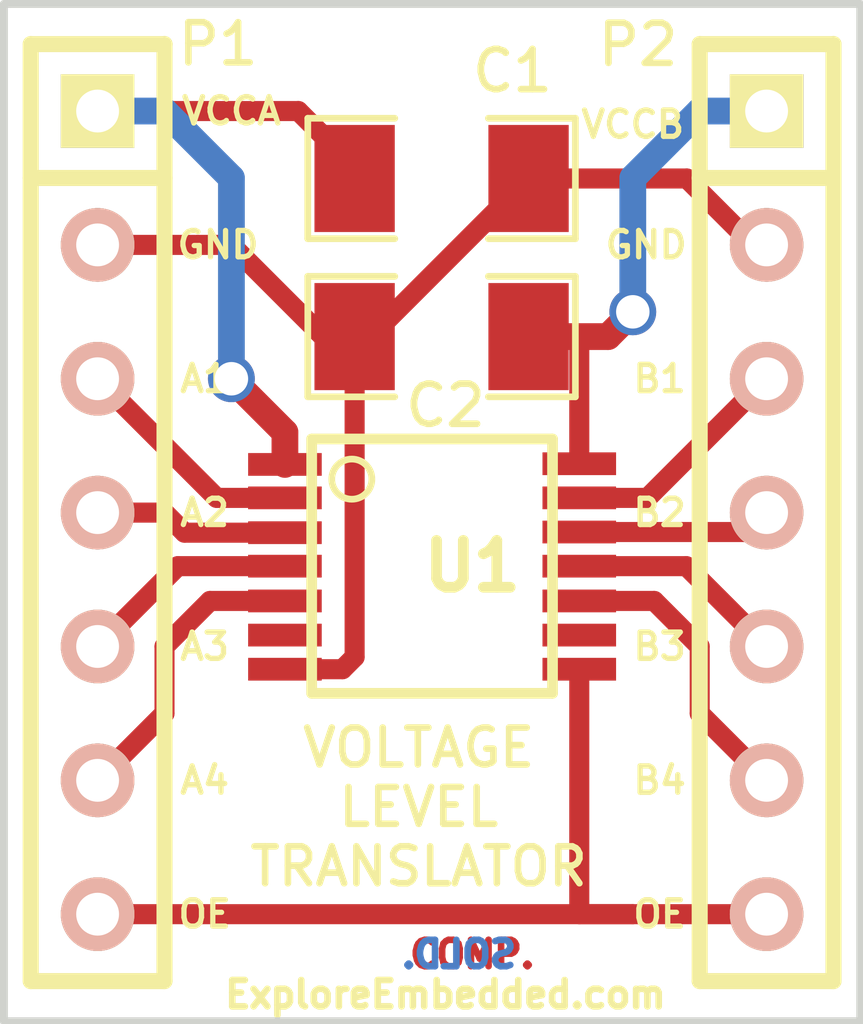
<source format=kicad_pcb>
(kicad_pcb (version 4) (host pcbnew "(2015-01-16 BZR 5376)-product")

  (general
    (links 18)
    (no_connects 0)
    (area 0 0 0 0)
    (thickness 1.6)
    (drawings 22)
    (tracks 53)
    (zones 0)
    (modules 5)
    (nets 15)
  )

  (page A3)
  (layers
    (0 F.Cu signal)
    (31 B.Cu signal)
    (32 B.Adhes user)
    (33 F.Adhes user)
    (34 B.Paste user)
    (35 F.Paste user)
    (36 B.SilkS user)
    (37 F.SilkS user)
    (38 B.Mask user)
    (39 F.Mask user)
    (40 Dwgs.User user)
    (41 Cmts.User user)
    (42 Eco1.User user)
    (43 Eco2.User user)
    (44 Edge.Cuts user)
  )

  (setup
    (last_trace_width 0.508)
    (user_trace_width 0.381)
    (user_trace_width 0.508)
    (user_trace_width 0.762)
    (user_trace_width 1.016)
    (user_trace_width 1.27)
    (trace_clearance 0.127)
    (zone_clearance 0.508)
    (zone_45_only no)
    (trace_min 0.15)
    (segment_width 0.2)
    (edge_width 0.15)
    (via_size 0.889)
    (via_drill 0.635)
    (via_min_size 0.889)
    (via_min_drill 0.508)
    (uvia_size 0.508)
    (uvia_drill 0.127)
    (uvias_allowed no)
    (uvia_min_size 0.508)
    (uvia_min_drill 0.127)
    (pcb_text_width 0.3)
    (pcb_text_size 1.5 1.5)
    (mod_edge_width 0.15)
    (mod_text_size 1.5 1.5)
    (mod_text_width 0.15)
    (pad_size 1.4 1.4)
    (pad_drill 0.6)
    (pad_to_mask_clearance 0.2)
    (aux_axis_origin 0 0)
    (visible_elements 7FFFFFFF)
    (pcbplotparams
      (layerselection 0x00030_80000001)
      (usegerberextensions true)
      (excludeedgelayer true)
      (linewidth 0.150000)
      (plotframeref false)
      (viasonmask false)
      (mode 1)
      (useauxorigin false)
      (hpglpennumber 1)
      (hpglpenspeed 20)
      (hpglpendiameter 15)
      (hpglpenoverlay 2)
      (psnegative false)
      (psa4output false)
      (plotreference true)
      (plotvalue true)
      (plotinvisibletext false)
      (padsonsilk false)
      (subtractmaskfromsilk false)
      (outputformat 1)
      (mirror false)
      (drillshape 1)
      (scaleselection 1)
      (outputdirectory ""))
  )

  (net 0 "")
  (net 1 GND)
  (net 2 +3.3VP)
  (net 3 +5V)
  (net 4 "Net-(P1-Pad3)")
  (net 5 "Net-(P1-Pad4)")
  (net 6 "Net-(P1-Pad5)")
  (net 7 "Net-(P1-Pad6)")
  (net 8 /OE)
  (net 9 "Net-(P2-Pad3)")
  (net 10 "Net-(P2-Pad4)")
  (net 11 "Net-(P2-Pad5)")
  (net 12 "Net-(P2-Pad6)")
  (net 13 "Net-(U1-Pad6)")
  (net 14 "Net-(U1-Pad9)")

  (net_class Default "This is the default net class."
    (clearance 0.127)
    (trace_width 0.15)
    (via_dia 0.889)
    (via_drill 0.635)
    (uvia_dia 0.508)
    (uvia_drill 0.127)
    (add_net +3.3VP)
    (add_net +5V)
    (add_net /OE)
    (add_net GND)
    (add_net "Net-(P1-Pad3)")
    (add_net "Net-(P1-Pad4)")
    (add_net "Net-(P1-Pad5)")
    (add_net "Net-(P1-Pad6)")
    (add_net "Net-(P2-Pad3)")
    (add_net "Net-(P2-Pad4)")
    (add_net "Net-(P2-Pad5)")
    (add_net "Net-(P2-Pad6)")
    (add_net "Net-(U1-Pad6)")
    (add_net "Net-(U1-Pad9)")
  )

  (module SSOP14 (layer F.Cu) (tedit 558250E2) (tstamp 55286369)
    (at 83.82 54.356 270)
    (path /5527D2E3)
    (attr smd)
    (fp_text reference U1 (at 0 -0.762 360) (layer F.SilkS)
      (effects (font (size 0.889 0.889) (thickness 0.2032)))
    )
    (fp_text value TXB0104 (at 0 0.508 270) (layer F.SilkS) hide
      (effects (font (size 0.762 0.762) (thickness 0.127)))
    )
    (fp_circle (center -1.651 1.524) (end -2.032 1.524) (layer F.SilkS) (width 0.127))
    (fp_line (start -2.413 2.286) (end 2.413 2.286) (layer F.SilkS) (width 0.2032))
    (fp_line (start 2.413 2.286) (end 2.413 -2.286) (layer F.SilkS) (width 0.2032))
    (fp_line (start 2.413 -2.286) (end -2.413 -2.286) (layer F.SilkS) (width 0.2032))
    (fp_line (start -2.413 -2.286) (end -2.413 2.286) (layer F.SilkS) (width 0.2032))
    (pad 1 smd rect (at -1.9304 2.794 270) (size 0.4318 1.397) (layers F.Cu F.Paste F.Mask)
      (net 2 +3.3VP))
    (pad 2 smd rect (at -1.2954 2.794 270) (size 0.4318 1.397) (layers F.Cu F.Paste F.Mask)
      (net 4 "Net-(P1-Pad3)"))
    (pad 3 smd rect (at -0.635 2.794 270) (size 0.4318 1.397) (layers F.Cu F.Paste F.Mask)
      (net 5 "Net-(P1-Pad4)"))
    (pad 4 smd rect (at 0 2.794 270) (size 0.4318 1.397) (layers F.Cu F.Paste F.Mask)
      (net 6 "Net-(P1-Pad5)"))
    (pad 5 smd rect (at 0.6604 2.794 270) (size 0.4318 1.397) (layers F.Cu F.Paste F.Mask)
      (net 7 "Net-(P1-Pad6)"))
    (pad 6 smd rect (at 1.3081 2.794 270) (size 0.4318 1.397) (layers F.Cu F.Paste F.Mask)
      (net 13 "Net-(U1-Pad6)"))
    (pad 7 smd rect (at 1.9558 2.794 270) (size 0.4318 1.397) (layers F.Cu F.Paste F.Mask)
      (net 1 GND))
    (pad 8 smd rect (at 1.9558 -2.794 270) (size 0.4318 1.397) (layers F.Cu F.Paste F.Mask)
      (net 8 /OE))
    (pad 9 smd rect (at 1.3081 -2.794 270) (size 0.4318 1.397) (layers F.Cu F.Paste F.Mask)
      (net 14 "Net-(U1-Pad9)"))
    (pad 10 smd rect (at 0.6604 -2.794 270) (size 0.4318 1.397) (layers F.Cu F.Paste F.Mask)
      (net 12 "Net-(P2-Pad6)"))
    (pad 11 smd rect (at 0 -2.794 270) (size 0.4318 1.397) (layers F.Cu F.Paste F.Mask)
      (net 11 "Net-(P2-Pad5)"))
    (pad 12 smd rect (at -0.6477 -2.794 270) (size 0.4318 1.397) (layers F.Cu F.Paste F.Mask)
      (net 10 "Net-(P2-Pad4)"))
    (pad 13 smd rect (at -1.2954 -2.794 270) (size 0.4318 1.397) (layers F.Cu F.Paste F.Mask)
      (net 9 "Net-(P2-Pad3)"))
    (pad 14 smd rect (at -1.9431 -2.794 270) (size 0.4318 1.397) (layers F.Cu F.Paste F.Mask)
      (net 3 +5V))
    (model smd/cms_so14.wrl
      (at (xyz 0 0 0))
      (scale (xyz 0.25 0.35 0.25))
      (rotate (xyz 0 0 0))
    )
  )

  (module SM1206 (layer F.Cu) (tedit 5582500D) (tstamp 55286375)
    (at 84 50 180)
    (path /5527D53D)
    (attr smd)
    (fp_text reference C2 (at -0.074 -1.308 180) (layer F.SilkS)
      (effects (font (size 0.762 0.762) (thickness 0.127)))
    )
    (fp_text value 0.1uF (at 0 0 180) (layer F.SilkS) hide
      (effects (font (size 0.762 0.762) (thickness 0.127)))
    )
    (fp_line (start -2.54 -1.143) (end -2.54 1.143) (layer F.SilkS) (width 0.127))
    (fp_line (start -2.54 1.143) (end -0.889 1.143) (layer F.SilkS) (width 0.127))
    (fp_line (start 0.889 -1.143) (end 2.54 -1.143) (layer F.SilkS) (width 0.127))
    (fp_line (start 2.54 -1.143) (end 2.54 1.143) (layer F.SilkS) (width 0.127))
    (fp_line (start 2.54 1.143) (end 0.889 1.143) (layer F.SilkS) (width 0.127))
    (fp_line (start -0.889 -1.143) (end -2.54 -1.143) (layer F.SilkS) (width 0.127))
    (pad 1 smd rect (at -1.651 0 180) (size 1.524 2.032) (layers F.Cu F.Paste F.Mask)
      (net 3 +5V))
    (pad 2 smd rect (at 1.651 0 180) (size 1.524 2.032) (layers F.Cu F.Paste F.Mask)
      (net 1 GND))
    (model smd/chip_cms.wrl
      (at (xyz 0 0 0))
      (scale (xyz 0.17 0.16 0.16))
      (rotate (xyz 0 0 0))
    )
  )

  (module SM1206 (layer F.Cu) (tedit 55825002) (tstamp 55286381)
    (at 84 47 180)
    (path /5527D54C)
    (attr smd)
    (fp_text reference C1 (at -1.344 2.042 180) (layer F.SilkS)
      (effects (font (size 0.762 0.762) (thickness 0.127)))
    )
    (fp_text value 0.1uF (at 0 0 180) (layer F.SilkS) hide
      (effects (font (size 0.762 0.762) (thickness 0.127)))
    )
    (fp_line (start -2.54 -1.143) (end -2.54 1.143) (layer F.SilkS) (width 0.127))
    (fp_line (start -2.54 1.143) (end -0.889 1.143) (layer F.SilkS) (width 0.127))
    (fp_line (start 0.889 -1.143) (end 2.54 -1.143) (layer F.SilkS) (width 0.127))
    (fp_line (start 2.54 -1.143) (end 2.54 1.143) (layer F.SilkS) (width 0.127))
    (fp_line (start 2.54 1.143) (end 0.889 1.143) (layer F.SilkS) (width 0.127))
    (fp_line (start -0.889 -1.143) (end -2.54 -1.143) (layer F.SilkS) (width 0.127))
    (pad 1 smd rect (at -1.651 0 180) (size 1.524 2.032) (layers F.Cu F.Paste F.Mask)
      (net 1 GND))
    (pad 2 smd rect (at 1.651 0 180) (size 1.524 2.032) (layers F.Cu F.Paste F.Mask)
      (net 2 +3.3VP))
    (model smd/chip_cms.wrl
      (at (xyz 0 0 0))
      (scale (xyz 0.17 0.16 0.16))
      (rotate (xyz 0 0 0))
    )
  )

  (module SIL-7 (layer F.Cu) (tedit 5528C0A5) (tstamp 55824C0F)
    (at 90.17 53.34 270)
    (descr "Connecteur 7 pins")
    (tags "CONN DEV")
    (path /5527D345)
    (fp_text reference P2 (at -8.88 2.44 360) (layer F.SilkS)
      (effects (font (size 0.762 0.762) (thickness 0.125)))
    )
    (fp_text value CONN_7 (at -4.34 -6.1 270) (layer F.SilkS) hide
      (effects (font (size 1.524 1.016) (thickness 0.3048)))
    )
    (fp_line (start -8.89 -1.27) (end -8.89 -1.27) (layer F.SilkS) (width 0.3048))
    (fp_line (start -8.89 -1.27) (end 8.89 -1.27) (layer F.SilkS) (width 0.3048))
    (fp_line (start 8.89 -1.27) (end 8.89 1.27) (layer F.SilkS) (width 0.3048))
    (fp_line (start 8.89 1.27) (end -8.89 1.27) (layer F.SilkS) (width 0.3048))
    (fp_line (start -8.89 1.27) (end -8.89 -1.27) (layer F.SilkS) (width 0.3048))
    (fp_line (start -6.35 1.27) (end -6.35 1.27) (layer F.SilkS) (width 0.3048))
    (fp_line (start -6.35 1.27) (end -6.35 -1.27) (layer F.SilkS) (width 0.3048))
    (pad 1 thru_hole rect (at -7.62 0 270) (size 1.397 1.397) (drill 0.8128) (layers *.Cu *.Mask F.SilkS)
      (net 3 +5V))
    (pad 2 thru_hole circle (at -5.08 0 270) (size 1.397 1.397) (drill 0.8128) (layers *.Cu *.SilkS *.Mask)
      (net 1 GND))
    (pad 3 thru_hole circle (at -2.54 0 270) (size 1.397 1.397) (drill 0.8128) (layers *.Cu *.SilkS *.Mask)
      (net 9 "Net-(P2-Pad3)"))
    (pad 4 thru_hole circle (at 0 0 270) (size 1.397 1.397) (drill 0.8128) (layers *.Cu *.SilkS *.Mask)
      (net 10 "Net-(P2-Pad4)"))
    (pad 5 thru_hole circle (at 2.54 0 270) (size 1.397 1.397) (drill 0.8128) (layers *.Cu *.SilkS *.Mask)
      (net 11 "Net-(P2-Pad5)"))
    (pad 6 thru_hole circle (at 5.08 0 270) (size 1.397 1.397) (drill 0.8128) (layers *.Cu *.SilkS *.Mask)
      (net 12 "Net-(P2-Pad6)"))
    (pad 7 thru_hole circle (at 7.62 0 270) (size 1.397 1.397) (drill 0.8128) (layers *.Cu *.SilkS *.Mask)
      (net 8 /OE))
  )

  (module SIL-7 (layer F.Cu) (tedit 5582517B) (tstamp 55824C7A)
    (at 77.47 53.34 270)
    (descr "Connecteur 7 pins")
    (tags "CONN DEV")
    (path /5527D354)
    (fp_text reference P1 (at -8.89 -2.286 360) (layer F.SilkS)
      (effects (font (size 0.762 0.762) (thickness 0.125)))
    )
    (fp_text value CONN_7 (at -4.34 6.74 270) (layer F.SilkS) hide
      (effects (font (size 1.524 1.016) (thickness 0.3048)))
    )
    (fp_line (start -8.89 -1.27) (end -8.89 -1.27) (layer F.SilkS) (width 0.3048))
    (fp_line (start -8.89 -1.27) (end 8.89 -1.27) (layer F.SilkS) (width 0.3048))
    (fp_line (start 8.89 -1.27) (end 8.89 1.27) (layer F.SilkS) (width 0.3048))
    (fp_line (start 8.89 1.27) (end -8.89 1.27) (layer F.SilkS) (width 0.3048))
    (fp_line (start -8.89 1.27) (end -8.89 -1.27) (layer F.SilkS) (width 0.3048))
    (fp_line (start -6.35 1.27) (end -6.35 1.27) (layer F.SilkS) (width 0.3048))
    (fp_line (start -6.35 1.27) (end -6.35 -1.27) (layer F.SilkS) (width 0.3048))
    (pad 1 thru_hole rect (at -7.62 0 270) (size 1.397 1.397) (drill 0.8128) (layers *.Cu *.Mask F.SilkS)
      (net 2 +3.3VP))
    (pad 2 thru_hole circle (at -5.08 0 270) (size 1.397 1.397) (drill 0.8128) (layers *.Cu *.SilkS *.Mask)
      (net 1 GND))
    (pad 3 thru_hole circle (at -2.54 0 270) (size 1.397 1.397) (drill 0.8128) (layers *.Cu *.SilkS *.Mask)
      (net 4 "Net-(P1-Pad3)"))
    (pad 4 thru_hole circle (at 0 0 270) (size 1.397 1.397) (drill 0.8128) (layers *.Cu *.SilkS *.Mask)
      (net 5 "Net-(P1-Pad4)"))
    (pad 5 thru_hole circle (at 2.54 0 270) (size 1.397 1.397) (drill 0.8128) (layers *.Cu *.SilkS *.Mask)
      (net 6 "Net-(P1-Pad5)"))
    (pad 6 thru_hole circle (at 5.08 0 270) (size 1.397 1.397) (drill 0.8128) (layers *.Cu *.SilkS *.Mask)
      (net 7 "Net-(P1-Pad6)"))
    (pad 7 thru_hole circle (at 7.62 0 270) (size 1.397 1.397) (drill 0.8128) (layers *.Cu *.SilkS *.Mask)
      (net 8 /OE))
  )

  (gr_text SOLD. (at 84.328 61.722) (layer B.Cu) (tstamp 55825192)
    (effects (font (size 0.5 0.5) (thickness 0.125)) (justify mirror))
  )
  (gr_line (start 75.692 62.992) (end 75.692 43.688) (angle 90) (layer Edge.Cuts) (width 0.15))
  (gr_line (start 91.948 62.992) (end 75.692 62.992) (angle 90) (layer Edge.Cuts) (width 0.15))
  (gr_line (start 91.948 43.688) (end 91.948 62.992) (angle 90) (layer Edge.Cuts) (width 0.15))
  (gr_line (start 75.692 43.688) (end 91.948 43.688) (angle 90) (layer Edge.Cuts) (width 0.15))
  (gr_text OE (at 79.502 60.96) (layer F.SilkS) (tstamp 558250A1)
    (effects (font (size 0.5 0.5) (thickness 0.1)))
  )
  (gr_text A3 (at 79.502 55.88) (layer F.SilkS) (tstamp 55825055)
    (effects (font (size 0.5 0.5) (thickness 0.1)))
  )
  (gr_text A2 (at 79.502 53.34) (layer F.SilkS) (tstamp 55825050)
    (effects (font (size 0.5 0.5) (thickness 0.1)))
  )
  (gr_text A4 (at 79.502 58.42) (layer F.SilkS) (tstamp 55825042)
    (effects (font (size 0.5 0.5) (thickness 0.1)))
  )
  (gr_text A1 (at 79.502 50.8) (layer F.SilkS) (tstamp 5582503C)
    (effects (font (size 0.5 0.5) (thickness 0.1)))
  )
  (gr_text GND (at 79.756 48.26) (layer F.SilkS) (tstamp 55825031)
    (effects (font (size 0.5 0.5) (thickness 0.1)))
  )
  (gr_text VCCA (at 80.01 45.72) (layer F.SilkS)
    (effects (font (size 0.5 0.5) (thickness 0.1)))
  )
  (gr_text OE (at 88.138 60.96) (layer F.SilkS) (tstamp 558245BF)
    (effects (font (size 0.5 0.5) (thickness 0.1)))
  )
  (gr_text B4 (at 88.138 58.42) (layer F.SilkS) (tstamp 558245AC)
    (effects (font (size 0.5 0.5) (thickness 0.1)))
  )
  (gr_text "B3\n" (at 88.138 55.88) (layer F.SilkS) (tstamp 5582459F)
    (effects (font (size 0.5 0.5) (thickness 0.1)))
  )
  (gr_text "B2\n" (at 88.138 53.34) (layer F.SilkS)
    (effects (font (size 0.5 0.5) (thickness 0.1)))
  )
  (gr_text B1 (at 88.138 50.8) (layer F.SilkS)
    (effects (font (size 0.5 0.5) (thickness 0.1)))
  )
  (gr_text "GND\n" (at 87.884 48.26) (layer F.SilkS)
    (effects (font (size 0.5 0.5) (thickness 0.1)))
  )
  (gr_text VCCB (at 87.63 45.974) (layer F.SilkS)
    (effects (font (size 0.5 0.5) (thickness 0.1)))
  )
  (gr_text COMP. (at 84.582 61.722) (layer F.Cu) (tstamp 558245B2)
    (effects (font (size 0.5 0.5) (thickness 0.125)))
  )
  (gr_text ExploreEmbedded.com (at 84.074 62.484) (layer F.SilkS)
    (effects (font (size 0.5 0.5) (thickness 0.125)))
  )
  (gr_text "VOLTAGE\nLEVEL\nTRANSLATOR" (at 83.566 58.928) (layer F.SilkS)
    (effects (font (size 0.7 0.7) (thickness 0.125)))
  )

  (segment (start 81.026 56.3118) (end 82.1182 56.3118) (width 0.381) (layer F.Cu) (net 1))
  (segment (start 82.349 56.081) (end 82.349 50) (width 0.381) (layer F.Cu) (net 1) (tstamp 55824E0C))
  (segment (start 82.1182 56.3118) (end 82.349 56.081) (width 0.381) (layer F.Cu) (net 1) (tstamp 55824E08))
  (segment (start 82.349 50) (end 81.75 50) (width 0.381) (layer F.Cu) (net 1))
  (segment (start 81.75 50) (end 80.01 48.26) (width 0.381) (layer F.Cu) (net 1) (tstamp 55824DE8))
  (segment (start 80.01 48.26) (end 77.47 48.26) (width 0.381) (layer F.Cu) (net 1) (tstamp 55824DE9))
  (segment (start 82.349 50) (end 82.651 50) (width 0.381) (layer F.Cu) (net 1))
  (segment (start 82.651 50) (end 85.651 47) (width 0.381) (layer F.Cu) (net 1) (tstamp 55824CE2))
  (segment (start 85.651 47) (end 88.656 47) (width 0.381) (layer F.Cu) (net 1))
  (segment (start 88.656 47) (end 89.916 48.26) (width 0.381) (layer F.Cu) (net 1) (tstamp 55824CDE))
  (segment (start 77.47 45.72) (end 78.74 45.72) (width 0.508) (layer B.Cu) (net 2))
  (segment (start 81.026 51.816) (end 81.026 52.4256) (width 0.508) (layer F.Cu) (net 2) (tstamp 55824EF7))
  (segment (start 80.01 50.8) (end 81.026 51.816) (width 0.508) (layer F.Cu) (net 2) (tstamp 55824EF6))
  (via (at 80.01 50.8) (size 0.889) (layers F.Cu B.Cu) (net 2))
  (segment (start 80.01 46.99) (end 80.01 50.8) (width 0.508) (layer B.Cu) (net 2) (tstamp 55824EEE))
  (segment (start 78.74 45.72) (end 80.01 46.99) (width 0.508) (layer B.Cu) (net 2) (tstamp 55824EEC))
  (segment (start 82.349 47) (end 82.349 46.789) (width 0.381) (layer F.Cu) (net 2))
  (segment (start 82.349 46.789) (end 81.28 45.72) (width 0.381) (layer F.Cu) (net 2) (tstamp 55824DE4))
  (segment (start 81.28 45.72) (end 77.47 45.72) (width 0.381) (layer F.Cu) (net 2) (tstamp 55824DE5))
  (segment (start 90.17 45.72) (end 88.9 45.72) (width 0.508) (layer B.Cu) (net 3))
  (segment (start 87.16 50) (end 85.651 50) (width 0.508) (layer F.Cu) (net 3) (tstamp 55824ED5))
  (segment (start 87.63 49.53) (end 87.16 50) (width 0.508) (layer F.Cu) (net 3) (tstamp 55824ED4))
  (via (at 87.63 49.53) (size 0.889) (layers F.Cu B.Cu) (net 3))
  (segment (start 87.63 46.99) (end 87.63 49.53) (width 0.508) (layer B.Cu) (net 3) (tstamp 55824ECA))
  (segment (start 88.9 45.72) (end 87.63 46.99) (width 0.508) (layer B.Cu) (net 3) (tstamp 55824EC8))
  (segment (start 85.651 50) (end 86.576 50) (width 0.381) (layer F.Cu) (net 3))
  (segment (start 86.614 50.038) (end 86.614 52.4129) (width 0.381) (layer F.Cu) (net 3) (tstamp 55824CED))
  (segment (start 86.576 50) (end 86.614 50.038) (width 0.381) (layer F.Cu) (net 3) (tstamp 55824CEB))
  (segment (start 81.026 53.0606) (end 79.7306 53.0606) (width 0.381) (layer F.Cu) (net 4))
  (segment (start 79.7306 53.0606) (end 77.47 50.8) (width 0.381) (layer F.Cu) (net 4) (tstamp 55824DEE))
  (segment (start 81.026 53.721) (end 79.121 53.721) (width 0.381) (layer F.Cu) (net 5))
  (segment (start 78.74 53.34) (end 77.47 53.34) (width 0.381) (layer F.Cu) (net 5) (tstamp 55824DF5))
  (segment (start 79.121 53.721) (end 78.74 53.34) (width 0.381) (layer F.Cu) (net 5) (tstamp 55824DF4))
  (segment (start 81.026 54.356) (end 78.994 54.356) (width 0.381) (layer F.Cu) (net 6))
  (segment (start 78.994 54.356) (end 77.47 55.88) (width 0.381) (layer F.Cu) (net 6) (tstamp 55824DF8))
  (segment (start 81.026 55.0164) (end 79.6036 55.0164) (width 0.381) (layer F.Cu) (net 7))
  (segment (start 78.74 57.15) (end 77.47 58.42) (width 0.381) (layer F.Cu) (net 7) (tstamp 55824E04))
  (segment (start 78.74 55.88) (end 78.74 57.15) (width 0.381) (layer F.Cu) (net 7) (tstamp 55824DFF))
  (segment (start 79.6036 55.0164) (end 78.74 55.88) (width 0.381) (layer F.Cu) (net 7) (tstamp 55824DFE))
  (segment (start 86.614 56.3118) (end 86.614 60.96) (width 0.381) (layer F.Cu) (net 8))
  (segment (start 86.614 60.96) (end 87.63 60.96) (width 0.381) (layer F.Cu) (net 8) (tstamp 55824E7A))
  (segment (start 77.47 60.96) (end 87.63 60.96) (width 0.381) (layer F.Cu) (net 8))
  (segment (start 87.63 60.96) (end 90.17 60.96) (width 0.381) (layer F.Cu) (net 8) (tstamp 55824E7D))
  (segment (start 86.614 53.0606) (end 87.9094 53.0606) (width 0.381) (layer F.Cu) (net 9))
  (segment (start 87.9094 53.0606) (end 90.17 50.8) (width 0.381) (layer F.Cu) (net 9) (tstamp 55824E91))
  (segment (start 86.614 53.7083) (end 89.8017 53.7083) (width 0.381) (layer F.Cu) (net 10))
  (segment (start 89.8017 53.7083) (end 90.17 53.34) (width 0.381) (layer F.Cu) (net 10) (tstamp 55824E99))
  (segment (start 86.614 54.356) (end 88.646 54.356) (width 0.381) (layer F.Cu) (net 11))
  (segment (start 88.646 54.356) (end 90.17 55.88) (width 0.381) (layer F.Cu) (net 11) (tstamp 55824E89))
  (segment (start 86.614 55.0164) (end 88.0364 55.0164) (width 0.381) (layer F.Cu) (net 12))
  (segment (start 88.9 57.15) (end 90.17 58.42) (width 0.381) (layer F.Cu) (net 12) (tstamp 55824E83))
  (segment (start 88.9 55.88) (end 88.9 57.15) (width 0.381) (layer F.Cu) (net 12) (tstamp 55824E80))
  (segment (start 88.0364 55.0164) (end 88.9 55.88) (width 0.381) (layer F.Cu) (net 12) (tstamp 55824E7F))

)

</source>
